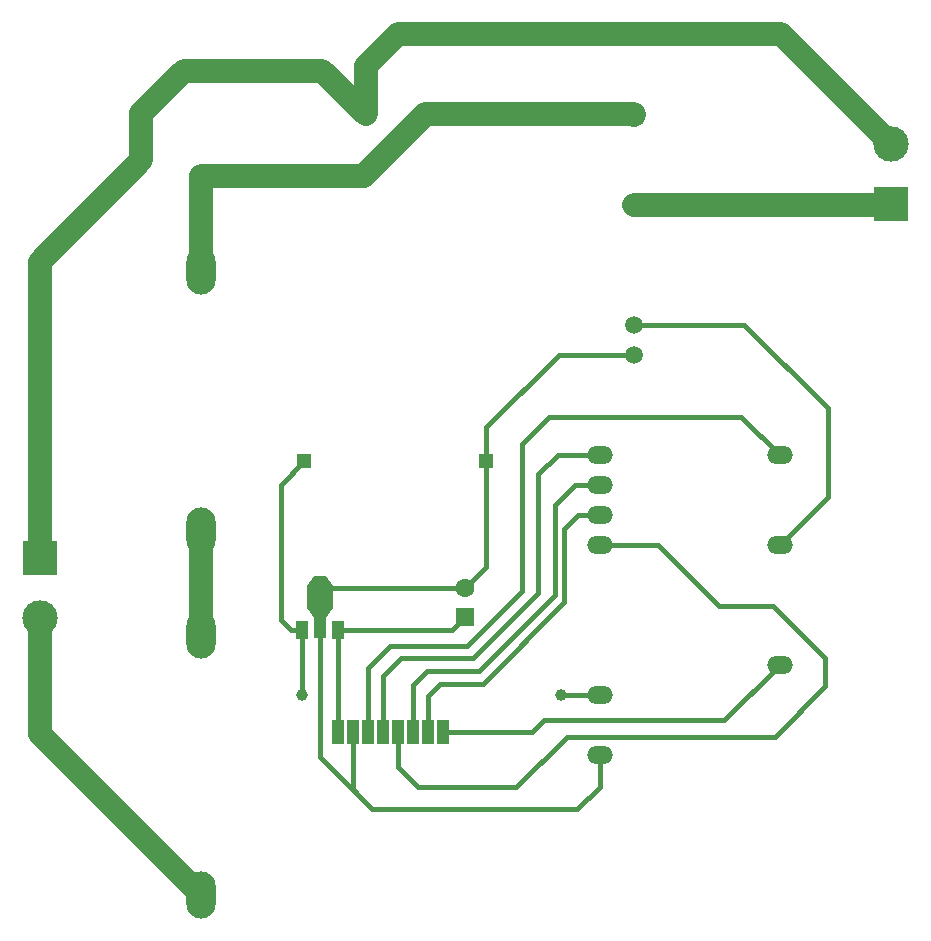
<source format=gbr>
G04 #@! TF.FileFunction,Copper,L2,Bot,Signal*
%FSLAX46Y46*%
G04 Gerber Fmt 4.6, Leading zero omitted, Abs format (unit mm)*
G04 Created by KiCad (PCBNEW 4.0.7-e2-6376~60~ubuntu17.10.1) date Thu Jan 11 17:20:36 2018*
%MOMM*%
%LPD*%
G01*
G04 APERTURE LIST*
%ADD10C,0.100000*%
%ADD11R,1.600000X1.600000*%
%ADD12C,1.600000*%
%ADD13R,3.000000X3.000000*%
%ADD14C,3.000000*%
%ADD15C,1.508000*%
%ADD16R,1.508000X1.508000*%
%ADD17R,1.000000X1.500000*%
%ADD18R,1.000000X1.800000*%
%ADD19R,2.200000X1.840000*%
%ADD20R,1.000000X2.000000*%
%ADD21O,2.500000X4.000000*%
%ADD22R,1.308000X1.308000*%
%ADD23O,2.199640X1.501140*%
%ADD24C,1.000000*%
%ADD25C,0.400000*%
%ADD26C,2.000000*%
G04 APERTURE END LIST*
D10*
D11*
X89200000Y-97200000D03*
D12*
X89200000Y-94700000D03*
D13*
X53200000Y-92200000D03*
D14*
X53200000Y-97280000D03*
D13*
X125300000Y-62200000D03*
D14*
X125300000Y-57120000D03*
D15*
X103500000Y-74960000D03*
X103500000Y-72420000D03*
X103500000Y-62260000D03*
D16*
X103500000Y-54640000D03*
D10*
G36*
X77400000Y-93708000D02*
X78000000Y-94558000D01*
X75800000Y-94558000D01*
X76400000Y-93708000D01*
X77400000Y-93708000D01*
X77400000Y-93708000D01*
G37*
D17*
X78400000Y-98280000D03*
D18*
X76900000Y-98133500D03*
D17*
X75400000Y-98280000D03*
D19*
X76900000Y-95466500D03*
D10*
G36*
X76500000Y-97376200D02*
X75800000Y-96376200D01*
X78000000Y-96376200D01*
X77300000Y-97376200D01*
X76500000Y-97376200D01*
X76500000Y-97376200D01*
G37*
D20*
X78400000Y-106900000D03*
X79670000Y-106900000D03*
X80940000Y-106900000D03*
X82210000Y-106900000D03*
X83480000Y-106900000D03*
X84750000Y-106900000D03*
X86020000Y-106900000D03*
X87290000Y-106900000D03*
D21*
X66800000Y-89900000D03*
X66800000Y-67900000D03*
X66800000Y-120700000D03*
X66800000Y-98700000D03*
D22*
X85800000Y-54600000D03*
X80800000Y-54600000D03*
X91000000Y-84000000D03*
X75600000Y-84000000D03*
D12*
X61800000Y-58500000D03*
X66800000Y-59800000D03*
D23*
X115820000Y-101210000D03*
X115820000Y-91050000D03*
X115820000Y-83430000D03*
X100580000Y-83430000D03*
X100580000Y-85970000D03*
X100580000Y-88510000D03*
X100580000Y-91050000D03*
X100580000Y-103750000D03*
X100580000Y-108830000D03*
D24*
X97300000Y-103800000D03*
X75400000Y-103800000D03*
D25*
X78400000Y-98280000D02*
X88120000Y-98280000D01*
X88120000Y-98280000D02*
X89200000Y-97200000D01*
X78400000Y-98280000D02*
X78400000Y-106900000D01*
X76900000Y-98133500D02*
X76900000Y-109000000D01*
X76900000Y-109000000D02*
X80200000Y-112300000D01*
X103500000Y-74960000D02*
X103360000Y-74960000D01*
X91000000Y-84000000D02*
X91000000Y-81100000D01*
X97140000Y-74960000D02*
X103500000Y-74960000D01*
X91000000Y-81100000D02*
X97140000Y-74960000D01*
X91000000Y-84000000D02*
X91000000Y-92900000D01*
X91000000Y-92900000D02*
X89200000Y-94700000D01*
X76900000Y-98133500D02*
X76900000Y-96876200D01*
X76900000Y-95466500D02*
X76900000Y-96876200D01*
X76900000Y-95466500D02*
X76900000Y-94133000D01*
X89200000Y-94700000D02*
X77666500Y-94700000D01*
X77666500Y-94700000D02*
X76900000Y-95466500D01*
X100580000Y-108830000D02*
X100580000Y-111520000D01*
X100580000Y-111520000D02*
X98700000Y-113400000D01*
X98700000Y-113400000D02*
X81300000Y-113400000D01*
X81300000Y-113400000D02*
X80200000Y-112300000D01*
X79670000Y-111770000D02*
X79670000Y-111670000D01*
X79670000Y-111670000D02*
X79670000Y-106900000D01*
X80200000Y-112300000D02*
X79670000Y-111770000D01*
D26*
X66800000Y-98700000D02*
X66800000Y-89900000D01*
X85800000Y-54600000D02*
X103460000Y-54600000D01*
X103460000Y-54600000D02*
X103500000Y-54640000D01*
X66800000Y-59800000D02*
X80600000Y-59800000D01*
X80600000Y-59800000D02*
X85800000Y-54600000D01*
X66800000Y-67900000D02*
X66800000Y-59800000D01*
X53200000Y-97280000D02*
X53200000Y-107100000D01*
X53200000Y-107100000D02*
X66800000Y-120700000D01*
X80800000Y-54600000D02*
X80800000Y-50500000D01*
X115980000Y-47800000D02*
X125300000Y-57120000D01*
X83500000Y-47800000D02*
X115980000Y-47800000D01*
X80800000Y-50500000D02*
X83500000Y-47800000D01*
X61800000Y-58500000D02*
X61800000Y-54500000D01*
X77100000Y-50900000D02*
X80800000Y-54600000D01*
X65400000Y-50900000D02*
X77100000Y-50900000D01*
X61800000Y-54500000D02*
X65400000Y-50900000D01*
X53200000Y-92200000D02*
X53200000Y-67100000D01*
X53200000Y-67100000D02*
X61800000Y-58500000D01*
D25*
X100580000Y-103750000D02*
X97350000Y-103750000D01*
X97350000Y-103750000D02*
X97300000Y-103800000D01*
X75400000Y-103800000D02*
X75400000Y-98280000D01*
X75400000Y-98280000D02*
X74480000Y-98280000D01*
X73600000Y-86000000D02*
X75600000Y-84000000D01*
X73600000Y-97400000D02*
X73600000Y-86000000D01*
X74480000Y-98280000D02*
X73600000Y-97400000D01*
X87290000Y-106900000D02*
X94900000Y-106900000D01*
X111130000Y-105900000D02*
X115820000Y-101210000D01*
X95900000Y-105900000D02*
X111130000Y-105900000D01*
X94900000Y-106900000D02*
X95900000Y-105900000D01*
X103500000Y-72420000D02*
X112820000Y-72420000D01*
X119900000Y-86970000D02*
X115820000Y-91050000D01*
X119900000Y-79500000D02*
X119900000Y-86970000D01*
X112820000Y-72420000D02*
X119900000Y-79500000D01*
X80940000Y-106900000D02*
X80940000Y-101460000D01*
X112590000Y-80200000D02*
X115820000Y-83430000D01*
X96300000Y-80200000D02*
X112590000Y-80200000D01*
X94000000Y-82500000D02*
X96300000Y-80200000D01*
X94000000Y-95000000D02*
X94000000Y-82500000D01*
X89400000Y-99600000D02*
X94000000Y-95000000D01*
X82800000Y-99600000D02*
X89400000Y-99600000D01*
X80940000Y-101460000D02*
X82800000Y-99600000D01*
X82210000Y-106900000D02*
X82210000Y-102190000D01*
X97070000Y-83430000D02*
X100580000Y-83430000D01*
X95400000Y-85100000D02*
X97070000Y-83430000D01*
X95400000Y-95100000D02*
X95400000Y-85100000D01*
X89900000Y-100600000D02*
X95400000Y-95100000D01*
X83800000Y-100600000D02*
X89900000Y-100600000D01*
X82210000Y-102190000D02*
X83800000Y-100600000D01*
X84750000Y-106900000D02*
X84750000Y-102950000D01*
X98530000Y-85970000D02*
X100580000Y-85970000D01*
X96800000Y-87700000D02*
X98530000Y-85970000D01*
X96800000Y-95300000D02*
X96800000Y-87700000D01*
X90400000Y-101700000D02*
X96800000Y-95300000D01*
X86000000Y-101700000D02*
X90400000Y-101700000D01*
X84750000Y-102950000D02*
X86000000Y-101700000D01*
X100580000Y-88510000D02*
X98790000Y-88510000D01*
X86020000Y-103880000D02*
X86020000Y-106900000D01*
X87100000Y-102800000D02*
X86020000Y-103880000D01*
X90700000Y-102800000D02*
X87100000Y-102800000D01*
X97600000Y-95900000D02*
X90700000Y-102800000D01*
X97600000Y-89700000D02*
X97600000Y-95900000D01*
X98790000Y-88510000D02*
X97600000Y-89700000D01*
X100580000Y-91050000D02*
X105550000Y-91050000D01*
X83480000Y-109880000D02*
X83480000Y-106900000D01*
X85200000Y-111600000D02*
X83480000Y-109880000D01*
X93500000Y-111600000D02*
X85200000Y-111600000D01*
X97800000Y-107300000D02*
X93500000Y-111600000D01*
X115400000Y-107300000D02*
X97800000Y-107300000D01*
X119700000Y-103000000D02*
X115400000Y-107300000D01*
X119700000Y-100600000D02*
X119700000Y-103000000D01*
X115300000Y-96200000D02*
X119700000Y-100600000D01*
X110700000Y-96200000D02*
X115300000Y-96200000D01*
X105550000Y-91050000D02*
X110700000Y-96200000D01*
D26*
X103500000Y-62260000D02*
X125240000Y-62260000D01*
X125240000Y-62260000D02*
X125300000Y-62200000D01*
M02*

</source>
